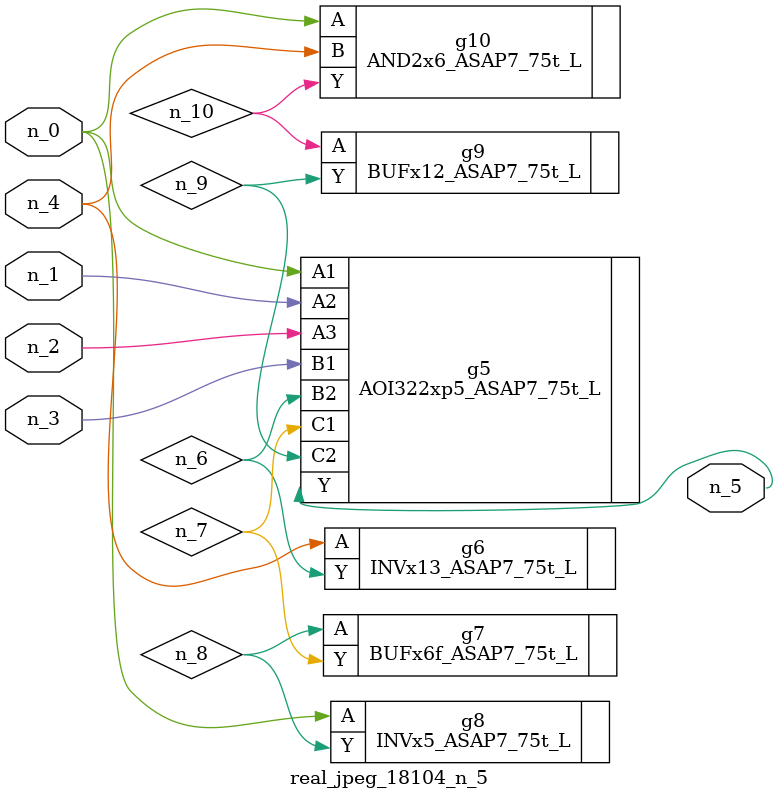
<source format=v>
module real_jpeg_18104_n_5 (n_4, n_0, n_1, n_2, n_3, n_5);

input n_4;
input n_0;
input n_1;
input n_2;
input n_3;

output n_5;

wire n_8;
wire n_6;
wire n_7;
wire n_10;
wire n_9;

AOI322xp5_ASAP7_75t_L g5 ( 
.A1(n_0),
.A2(n_1),
.A3(n_2),
.B1(n_3),
.B2(n_6),
.C1(n_7),
.C2(n_9),
.Y(n_5)
);

INVx5_ASAP7_75t_L g8 ( 
.A(n_0),
.Y(n_8)
);

AND2x6_ASAP7_75t_L g10 ( 
.A(n_0),
.B(n_4),
.Y(n_10)
);

INVx13_ASAP7_75t_L g6 ( 
.A(n_4),
.Y(n_6)
);

BUFx6f_ASAP7_75t_L g7 ( 
.A(n_8),
.Y(n_7)
);

BUFx12_ASAP7_75t_L g9 ( 
.A(n_10),
.Y(n_9)
);


endmodule
</source>
